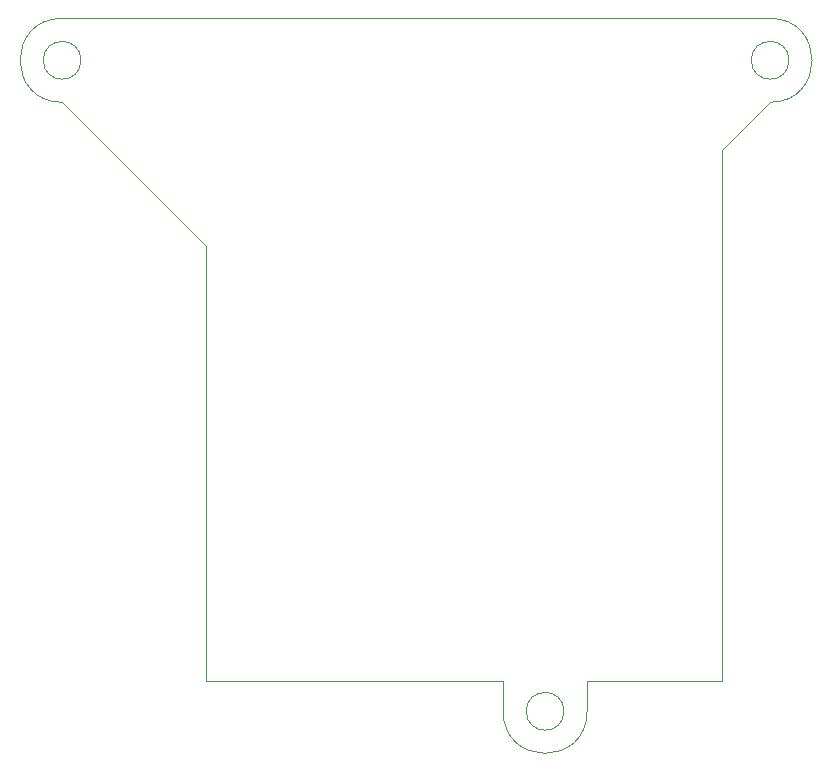
<source format=gbr>
%TF.GenerationSoftware,KiCad,Pcbnew,(5.1.7)-1*%
%TF.CreationDate,2020-11-12T19:53:12+01:00*%
%TF.ProjectId,feinstaub,6665696e-7374-4617-9562-2e6b69636164,rev?*%
%TF.SameCoordinates,Original*%
%TF.FileFunction,Profile,NP*%
%FSLAX46Y46*%
G04 Gerber Fmt 4.6, Leading zero omitted, Abs format (unit mm)*
G04 Created by KiCad (PCBNEW (5.1.7)-1) date 2020-11-12 19:53:12*
%MOMM*%
%LPD*%
G01*
G04 APERTURE LIST*
%TA.AperFunction,Profile*%
%ADD10C,0.050000*%
%TD*%
G04 APERTURE END LIST*
D10*
X109728000Y-70358000D02*
G75*
G02*
X109728000Y-63246000I0J3556000D01*
G01*
X169672000Y-63246000D02*
G75*
G02*
X169672000Y-70358000I0J-3556000D01*
G01*
X154178000Y-121920000D02*
G75*
G02*
X147066000Y-121920000I-3556000J0D01*
G01*
X165608000Y-74422000D02*
X169672000Y-70358000D01*
X165608000Y-119380000D02*
X165608000Y-74422000D01*
X154178000Y-119380000D02*
X165608000Y-119380000D01*
X154178000Y-121920000D02*
X154178000Y-119380000D01*
X121920000Y-82550000D02*
X109728000Y-70358000D01*
X121920000Y-119380000D02*
X121920000Y-82550000D01*
X147066000Y-119380000D02*
X121920000Y-119380000D01*
X147066000Y-121920000D02*
X147066000Y-119380000D01*
X169672000Y-63246000D02*
X109728000Y-63246000D01*
X152222000Y-121920000D02*
G75*
G03*
X152222000Y-121920000I-1600000J0D01*
G01*
X171272000Y-66802000D02*
G75*
G03*
X171272000Y-66802000I-1600000J0D01*
G01*
X111328000Y-66802000D02*
G75*
G03*
X111328000Y-66802000I-1600000J0D01*
G01*
M02*

</source>
